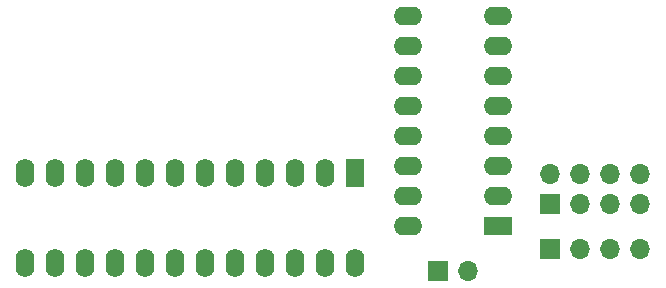
<source format=gbs>
G04 #@! TF.GenerationSoftware,KiCad,Pcbnew,(6.0.5)*
G04 #@! TF.CreationDate,2022-12-14T22:41:45+01:00*
G04 #@! TF.ProjectId,c128-u3-gal,63313238-2d75-4332-9d67-616c2e6b6963,1*
G04 #@! TF.SameCoordinates,Original*
G04 #@! TF.FileFunction,Soldermask,Bot*
G04 #@! TF.FilePolarity,Negative*
%FSLAX46Y46*%
G04 Gerber Fmt 4.6, Leading zero omitted, Abs format (unit mm)*
G04 Created by KiCad (PCBNEW (6.0.5)) date 2022-12-14 22:41:45*
%MOMM*%
%LPD*%
G01*
G04 APERTURE LIST*
%ADD10R,1.700000X1.700000*%
%ADD11O,1.700000X1.700000*%
%ADD12R,2.400000X1.600000*%
%ADD13O,2.400000X1.600000*%
%ADD14R,1.600000X2.400000*%
%ADD15O,1.600000X2.400000*%
G04 APERTURE END LIST*
D10*
X165735000Y-104775000D03*
D11*
X168275000Y-104775000D03*
X170815000Y-104775000D03*
X173355000Y-104775000D03*
D12*
X161290000Y-102870000D03*
D13*
X161290000Y-100330000D03*
X161290000Y-97790000D03*
X161290000Y-95250000D03*
X161290000Y-92710000D03*
X161290000Y-90170000D03*
X161290000Y-87630000D03*
X161290000Y-85090000D03*
X153670000Y-85090000D03*
X153670000Y-87630000D03*
X153670000Y-90170000D03*
X153670000Y-92710000D03*
X153670000Y-95250000D03*
X153670000Y-97790000D03*
X153670000Y-100330000D03*
X153670000Y-102870000D03*
D14*
X149230000Y-98410000D03*
D15*
X146690000Y-98410000D03*
X144150000Y-98410000D03*
X141610000Y-98410000D03*
X139070000Y-98410000D03*
X136530000Y-98410000D03*
X133990000Y-98410000D03*
X131450000Y-98410000D03*
X128910000Y-98410000D03*
X126370000Y-98410000D03*
X123830000Y-98410000D03*
X121290000Y-98410000D03*
X121290000Y-106030000D03*
X123830000Y-106030000D03*
X126370000Y-106030000D03*
X128910000Y-106030000D03*
X131450000Y-106030000D03*
X133990000Y-106030000D03*
X136530000Y-106030000D03*
X139070000Y-106030000D03*
X141610000Y-106030000D03*
X144150000Y-106030000D03*
X146690000Y-106030000D03*
X149230000Y-106030000D03*
D10*
X156210000Y-106680000D03*
D11*
X158750000Y-106680000D03*
D10*
X165735000Y-100965000D03*
D11*
X165735000Y-98425000D03*
X168275000Y-100965000D03*
X168275000Y-98425000D03*
X170815000Y-100965000D03*
X170815000Y-98425000D03*
X173355000Y-100965000D03*
X173355000Y-98425000D03*
M02*

</source>
